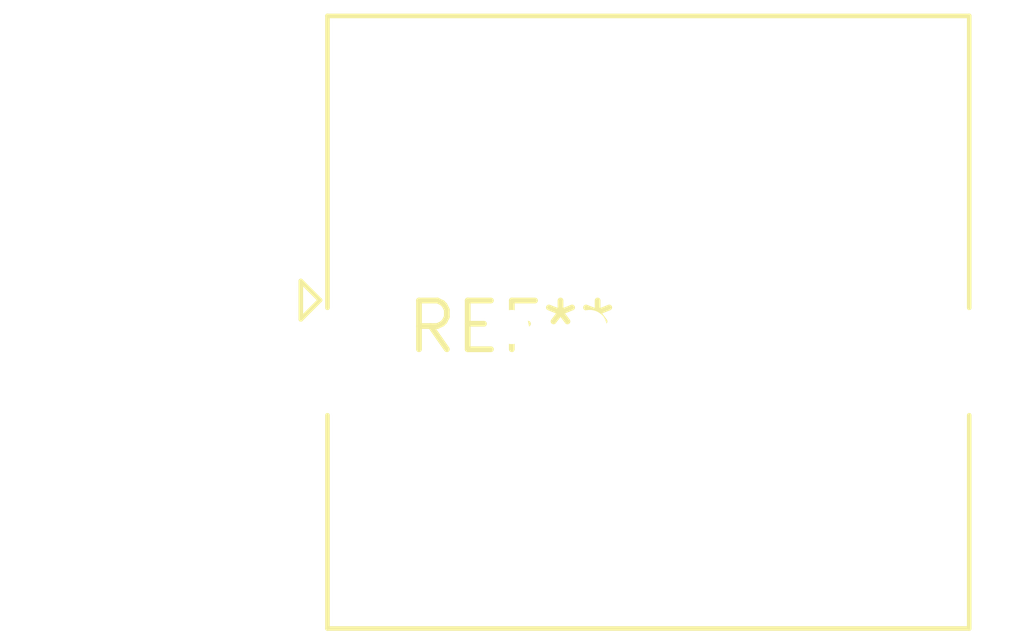
<source format=kicad_pcb>
(kicad_pcb (version 20240108) (generator pcbnew)
  (layers (0 "F.Cu" signal) (31 "B.Cu" signal) (34 "B.Paste" user) (35 "F.Paste" user) (36 "B.SilkS" user "B.Silkscreen") (37 "F.SilkS" user "F.Silkscreen") (38 "B.Mask" user) (39 "F.Mask" user) (44 "Edge.Cuts" user))
  (net 0 "")
  (footprint "RJ45_Amphenol_RJHSE538X" (layer "F.Cu") (at 0 0)
    (property "Reference" "REF**")
    (property "Value" "RJ45_Amphenol_RJHSE538X")
    (fp_line (start -5.5 -1.2) (end -5 -0.7) (layer "F.SilkS") (stroke (width 0.12)))
    (fp_line (start -5.5 -0.2) (end -5.5 -1.2) (layer "F.SilkS") (stroke (width 0.12)))
    (fp_line (start -5 -0.7) (end -5.5 -0.2) (layer "F.SilkS") (stroke (width 0.12)))
    (fp_line (start -4.805 -8.11) (end -4.805 -0.5) (layer "F.SilkS") (stroke (width 0.12)))
    (fp_line (start -4.805 -8.11) (end 11.925 -8.11) (layer "F.SilkS") (stroke (width 0.12)))
    (fp_line (start -4.805 7.86) (end -4.805 2.3) (layer "F.SilkS") (stroke (width 0.12)))
    (fp_line (start -4.805 7.86) (end 11.925 7.86) (layer "F.SilkS") (stroke (width 0.12)))
    (fp_line (start 11.925 -8.11) (end 11.925 -0.5) (layer "F.SilkS") (stroke (width 0.12)))
    (fp_line (start 11.925 7.86) (end 11.925 2.3) (layer "F.SilkS") (stroke (width 0.12)))
    (pad "" np_thru_hole circle (at -2.79 -2.54) (size 3.25 3.25) (drill 3.25) (layers *.Cu *.Mask))
    (pad "" np_thru_hole circle (at 9.91 -2.54) (size 3.25 3.25) (drill 3.25) (layers *.Cu *.Mask))
    (pad "1" thru_hole rect (at 0 0) (size 1.5 1.5) (drill 0.89) (layers *.Cu *.Mask) (remove_unused_layers))
    (pad "2" thru_hole circle (at 1.016 1.78) (size 1.5 1.5) (drill 0.89) (layers *.Cu *.Mask) (remove_unused_layers))
    (pad "3" thru_hole circle (at 2.032 0) (size 1.5 1.5) (drill 0.89) (layers *.Cu *.Mask) (remove_unused_layers))
    (pad "4" thru_hole circle (at 3.048 1.78) (size 1.5 1.5) (drill 0.89) (layers *.Cu *.Mask) (remove_unused_layers))
    (pad "5" thru_hole circle (at 4.064 0) (size 1.5 1.5) (drill 0.89) (layers *.Cu *.Mask) (remove_unused_layers))
    (pad "6" thru_hole circle (at 5.08 1.78) (size 1.5 1.5) (drill 0.89) (layers *.Cu *.Mask) (remove_unused_layers))
    (pad "7" thru_hole circle (at 6.096 0) (size 1.5 1.5) (drill 0.89) (layers *.Cu *.Mask) (remove_unused_layers))
    (pad "8" thru_hole circle (at 7.112 1.78) (size 1.5 1.5) (drill 0.89) (layers *.Cu *.Mask) (remove_unused_layers))
    (pad "9" thru_hole circle (at -3.3 6.6) (size 1.5 1.5) (drill 0.89) (layers *.Cu *.Mask) (remove_unused_layers))
    (pad "10" thru_hole circle (at -1.01 6.6) (size 1.5 1.5) (drill 0.89) (layers *.Cu *.Mask) (remove_unused_layers))
    (pad "11" thru_hole circle (at 8.13 6.6) (size 1.5 1.5) (drill 0.89) (layers *.Cu *.Mask) (remove_unused_layers))
    (pad "12" thru_hole circle (at 10.42 6.6) (size 1.5 1.5) (drill 0.89) (layers *.Cu *.Mask) (remove_unused_layers))
    (pad "SH" thru_hole circle (at -4.57 0.89) (size 2.3 2.3) (drill 1.57) (layers *.Cu *.Mask) (remove_unused_layers))
    (pad "SH" thru_hole circle (at 11.69 0.89) (size 2.3 2.3) (drill 1.57) (layers *.Cu *.Mask) (remove_unused_layers))
  )
)
</source>
